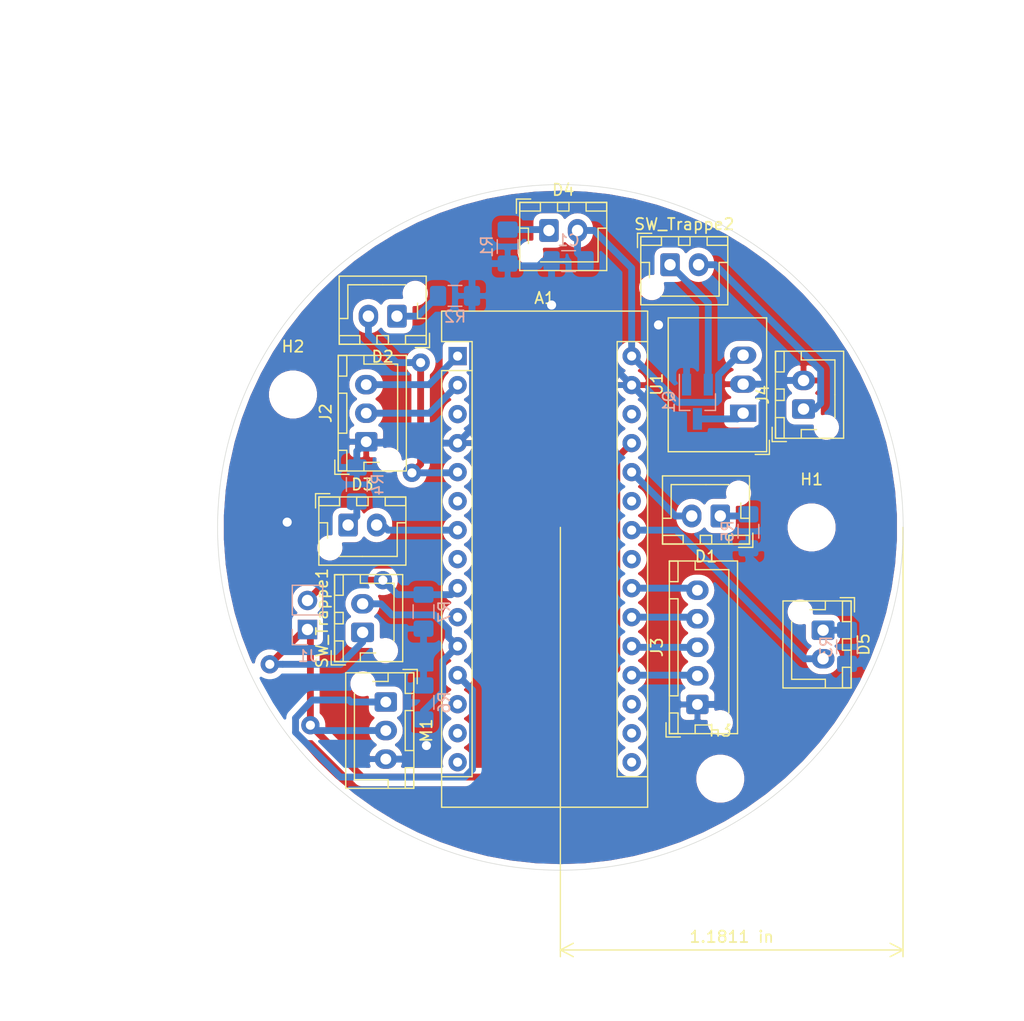
<source format=kicad_pcb>
(kicad_pcb (version 20171130) (host pcbnew 5.1.5-52549c5~84~ubuntu18.04.1)
  (layers (0 F.Cu signal) (31 B.Cu signal) (34 B.Paste user) (35 F.Paste user) (36 B.SilkS user) (37 F.SilkS user) (38 B.Mask user) (39 F.Mask user) (44 Edge.Cuts user))
  (net 0 "")
  (net 1 "Net-(A1-Pad16)")
  (net 2 "Net-(A1-Pad15)")
  (net 3 VCC2)
  (net 4 "Net-(A1-Pad14)")
  (net 5 GND)
  (net 6 "Net-(A1-Pad13)")
  (net 7 "Net-(A1-Pad28)")
  (net 8 D9)
  (net 9 5V)
  (net 10 PTrappe)
  (net 11 "Net-(A1-Pad10)")
  (net 12 "Net-(A1-Pad25)")
  (net 13 D6)
  (net 14 D5)
  (net 15 "Net-(A1-Pad23)")
  (net 16 D4)
  (net 17 "Net-(A1-Pad22)")
  (net 18 D3)
  (net 19 "Net-(A1-Pad21)")
  (net 20 D2)
  (net 21 "Net-(A1-Pad20)")
  (net 22 "Net-(A1-Pad19)")
  (net 23 "Net-(A1-Pad3)")
  (net 24 "Net-(A1-Pad18)")
  (net 25 "Net-(A1-Pad2)")
  (net 26 "Net-(A1-Pad17)")
  (net 27 "Net-(A1-Pad1)")
  (net 28 "Net-(D1-Pad1)")
  (net 29 "Net-(D2-Pad1)")
  (net 30 "Net-(D3-Pad1)")
  (net 31 "Net-(D4-Pad1)")
  (net 32 "Net-(D5-Pad1)")
  (net 33 "Net-(Q1-Pad3)")
  (net 34 /9V_protected)
  (net 35 +9V)
  (net 36 "Net-(A1-Pad8)")
  (net 37 "Net-(A1-Pad6)")
  (module Module:Arduino_Nano (layer F.Cu) (at 131 115)
    (fp_text reference A1 (at 7.62 -5.08) (layer F.SilkS))
    (fp_text value Arduino_Nano_v3.x)
    (pad 16 thru_hole oval (at 15.24 35.56) (size 1.6 1.6) (drill 0.8) (layers *.Cu *.Mask) (net 1 "Net-(A1-Pad16)"))
    (pad 15 thru_hole oval (at 0 35.56) (size 1.6 1.6) (drill 0.8) (layers *.Cu *.Mask) (net 2 "Net-(A1-Pad15)"))
    (pad 30 thru_hole oval (at 15.24 0) (size 1.6 1.6) (drill 0.8) (layers *.Cu *.Mask) (net 3 VCC2))
    (pad 14 thru_hole oval (at 0 33.02) (size 1.6 1.6) (drill 0.8) (layers *.Cu *.Mask) (net 4 "Net-(A1-Pad14)"))
    (pad 29 thru_hole oval (at 15.24 2.54) (size 1.6 1.6) (drill 0.8) (layers *.Cu *.Mask) (net 5 GND))
    (pad 13 thru_hole oval (at 0 30.48) (size 1.6 1.6) (drill 0.8) (layers *.Cu *.Mask) (net 6 "Net-(A1-Pad13)"))
    (pad 28 thru_hole oval (at 15.24 5.08) (size 1.6 1.6) (drill 0.8) (layers *.Cu *.Mask) (net 7 "Net-(A1-Pad28)"))
    (pad 12 thru_hole oval (at 0 27.94) (size 1.6 1.6) (drill 0.8) (layers *.Cu *.Mask) (net 8 D9))
    (pad 27 thru_hole oval (at 15.24 7.62) (size 1.6 1.6) (drill 0.8) (layers *.Cu *.Mask) (net 9 5V))
    (pad 11 thru_hole oval (at 0 25.4) (size 1.6 1.6) (drill 0.8) (layers *.Cu *.Mask) (net 10 PTrappe))
    (pad 26 thru_hole oval (at 15.24 10.16) (size 1.6 1.6) (drill 0.8) (layers *.Cu *.Mask) (net 14 D5))
    (pad 10 thru_hole oval (at 0 22.86) (size 1.6 1.6) (drill 0.8) (layers *.Cu *.Mask) (net 11 "Net-(A1-Pad10)"))
    (pad 25 thru_hole oval (at 15.24 12.7) (size 1.6 1.6) (drill 0.8) (layers *.Cu *.Mask) (net 12 "Net-(A1-Pad25)"))
    (pad 9 thru_hole oval (at 0 20.32) (size 1.6 1.6) (drill 0.8) (layers *.Cu *.Mask) (net 13 D6))
    (pad 24 thru_hole oval (at 15.24 15.24) (size 1.6 1.6) (drill 0.8) (layers *.Cu *.Mask) (net 18 D3))
    (pad 8 thru_hole oval (at 0 17.78) (size 1.6 1.6) (drill 0.8) (layers *.Cu *.Mask) (net 36 "Net-(A1-Pad8)"))
    (pad 23 thru_hole oval (at 15.24 17.78) (size 1.6 1.6) (drill 0.8) (layers *.Cu *.Mask) (net 15 "Net-(A1-Pad23)"))
    (pad 7 thru_hole oval (at 0 15.24) (size 1.6 1.6) (drill 0.8) (layers *.Cu *.Mask) (net 16 D4))
    (pad 22 thru_hole oval (at 15.24 20.32) (size 1.6 1.6) (drill 0.8) (layers *.Cu *.Mask) (net 17 "Net-(A1-Pad22)"))
    (pad 6 thru_hole oval (at 0 12.7) (size 1.6 1.6) (drill 0.8) (layers *.Cu *.Mask) (net 37 "Net-(A1-Pad6)"))
    (pad 21 thru_hole oval (at 15.24 22.86) (size 1.6 1.6) (drill 0.8) (layers *.Cu *.Mask) (net 19 "Net-(A1-Pad21)"))
    (pad 5 thru_hole oval (at 0 10.16) (size 1.6 1.6) (drill 0.8) (layers *.Cu *.Mask) (net 20 D2))
    (pad 20 thru_hole oval (at 15.24 25.4) (size 1.6 1.6) (drill 0.8) (layers *.Cu *.Mask) (net 21 "Net-(A1-Pad20)"))
    (pad 4 thru_hole oval (at 0 7.62) (size 1.6 1.6) (drill 0.8) (layers *.Cu *.Mask) (net 5 GND))
    (pad 19 thru_hole oval (at 15.24 27.94) (size 1.6 1.6) (drill 0.8) (layers *.Cu *.Mask) (net 22 "Net-(A1-Pad19)"))
    (pad 3 thru_hole oval (at 0 5.08) (size 1.6 1.6) (drill 0.8) (layers *.Cu *.Mask) (net 23 "Net-(A1-Pad3)"))
    (pad 18 thru_hole oval (at 15.24 30.48) (size 1.6 1.6) (drill 0.8) (layers *.Cu *.Mask) (net 24 "Net-(A1-Pad18)"))
    (pad 2 thru_hole oval (at 0 2.54) (size 1.6 1.6) (drill 0.8) (layers *.Cu *.Mask) (net 25 "Net-(A1-Pad2)"))
    (pad 17 thru_hole oval (at 15.24 33.02) (size 1.6 1.6) (drill 0.8) (layers *.Cu *.Mask) (net 26 "Net-(A1-Pad17)"))
    (pad 1 thru_hole rect (at 0 0) (size 1.6 1.6) (drill 0.8) (layers *.Cu *.Mask) (net 27 "Net-(A1-Pad1)"))
  )
  (module Connector_JST:JST_XH_B2B-XH-AM_1x02_P2.50mm_Vertical (layer F.Cu) (at 161.29 119.634 90)
    (fp_text reference J4 (at 1.25 -3.55 90) (layer F.SilkS))
    (fp_text value Conn_01x02)
    (pad "" np_thru_hole circle (at -1.6 2 90) (size 1.2 1.2) (drill 1.2) (layers *.Cu *.Mask))
    (pad 2 thru_hole oval (at 2.5 0 90) (size 1.7 2) (drill 1) (layers *.Cu *.Mask) (net 5 GND))
    (pad 1 thru_hole roundrect (at 0 0 90) (size 1.7 2) (drill 1) (layers *.Cu *.Mask) (roundrect_rratio 0.147059) (net 35 +9V))
  )
  (module Package_TO_SOT_SMD:SOT-23_Handsoldering (layer B.Cu) (at 152 119 270)
    (fp_text reference Q1 (at 0 2.5 270) (layer B.SilkS) (effects (justify mirror)))
    (fp_text value Q_PMOS_DGS)
    (pad 1 smd rect (at 1.5 0 270) (size 1.9 0.8) (layers B.Cu B.Paste B.Mask) (net 34 /9V_protected))
    (pad 3 smd rect (at -1.5 -0.95 270) (size 1.9 0.8) (layers B.Cu B.Paste B.Mask) (net 33 "Net-(Q1-Pad3)"))
    (pad 2 smd rect (at -1.5 0.95 270) (size 1.9 0.8) (layers B.Cu B.Paste B.Mask) (net 5 GND))
  )
  (module MountingHole:MountingHole_3.2mm_M3 (layer F.Cu) (at 154 152)
    (fp_text reference H3 (at 0 -4.2) (layer F.SilkS))
    (fp_text value MountingHole)
    (pad 1 np_thru_hole circle (at 0 0) (size 3.2 3.2) (drill 3.2) (layers *.Cu *.Mask))
  )
  (module MountingHole:MountingHole_3.2mm_M3 (layer F.Cu) (at 116.586 118.364)
    (fp_text reference H2 (at 0 -4.2) (layer F.SilkS))
    (fp_text value MountingHole)
    (pad 1 np_thru_hole circle (at 0 0) (size 3.2 3.2) (drill 3.2) (layers *.Cu *.Mask))
  )
  (module MountingHole:MountingHole_3.2mm_M3 (layer F.Cu) (at 162 130)
    (fp_text reference H1 (at 0 -4.2) (layer F.SilkS))
    (fp_text value MountingHole)
    (pad 1 np_thru_hole circle (at 0 0) (size 3.2 3.2) (drill 3.2) (layers *.Cu *.Mask))
  )
  (module Converter_DCDC:Converter_DCDC_RECOM_R-78E-0.5_THT (layer F.Cu) (at 156 120 90)
    (fp_text reference U1 (at 2.54 -7.56 90) (layer F.SilkS))
    (fp_text value R-78E5.0-1.0)
    (pad 3 thru_hole oval (at 5.08 0 90) (size 1.5 2.3) (drill 1) (layers *.Cu *.Mask) (net 3 VCC2))
    (pad 2 thru_hole oval (at 2.54 0 90) (size 1.5 2.3) (drill 1) (layers *.Cu *.Mask) (net 5 GND))
    (pad 1 thru_hole rect (at 0 0 90) (size 1.5 2.3) (drill 1) (layers *.Cu *.Mask) (net 34 /9V_protected))
  )
  (module Connector_JST:JST_XH_B2B-XH-AM_1x02_P2.50mm_Vertical (layer F.Cu) (at 149.6 107)
    (fp_text reference SW_Trappe2 (at 1.25 -3.55) (layer F.SilkS))
    (fp_text value SW_DPST_x2)
    (pad "" np_thru_hole circle (at -1.6 2) (size 1.2 1.2) (drill 1.2) (layers *.Cu *.Mask))
    (pad 2 thru_hole oval (at 2.5 0) (size 1.7 2) (drill 1) (layers *.Cu *.Mask) (net 35 +9V))
    (pad 1 thru_hole roundrect (at 0 0) (size 1.7 2) (drill 1) (layers *.Cu *.Mask) (roundrect_rratio 0.147059) (net 33 "Net-(Q1-Pad3)"))
  )
  (module Connector_JST:JST_XH_B2B-XH-AM_1x02_P2.50mm_Vertical (layer F.Cu) (at 122.682 139.192 90)
    (fp_text reference SW_Trappe1 (at 1.25 -3.55 90) (layer F.SilkS))
    (fp_text value SW_DPST_x2)
    (pad "" np_thru_hole circle (at -1.6 2 90) (size 1.2 1.2) (drill 1.2) (layers *.Cu *.Mask))
    (pad 2 thru_hole oval (at 2.5 0 90) (size 1.7 2) (drill 1) (layers *.Cu *.Mask) (net 10 PTrappe))
    (pad 1 thru_hole roundrect (at 0 0 90) (size 1.7 2) (drill 1) (layers *.Cu *.Mask) (roundrect_rratio 0.147059) (net 9 5V))
  )
  (module Resistor_SMD:R_1206_3216Metric_Pad1.42x1.75mm_HandSolder (layer B.Cu) (at 128.016 137.3775 90)
    (fp_text reference R7 (at 0 1.82 270) (layer B.SilkS) (effects (justify mirror)))
    (fp_text value R)
    (pad 2 smd roundrect (at 1.4875 0 90) (size 1.425 1.75) (layers B.Cu B.Paste B.Mask) (roundrect_rratio 0.175439) (net 13 D6))
    (pad 1 smd roundrect (at -1.4875 0 90) (size 1.425 1.75) (layers B.Cu B.Paste B.Mask) (roundrect_rratio 0.175439) (net 5 GND))
  )
  (module Resistor_SMD:R_1206_3216Metric_Pad1.42x1.75mm_HandSolder (layer B.Cu) (at 128.016 145.3245 90)
    (fp_text reference R6 (at 0 1.82 -90) (layer B.SilkS) (effects (justify mirror)))
    (fp_text value R)
    (pad 2 smd roundrect (at 1.4875 0 90) (size 1.425 1.75) (layers B.Cu B.Paste B.Mask) (roundrect_rratio 0.175439) (net 5 GND))
    (pad 1 smd roundrect (at -1.4875 0 90) (size 1.425 1.75) (layers B.Cu B.Paste B.Mask) (roundrect_rratio 0.175439) (net 10 PTrappe))
  )
  (module Resistor_SMD:R_1206_3216Metric_Pad1.42x1.75mm_HandSolder (layer B.Cu) (at 156.464 130.3385 270)
    (fp_text reference R5 (at 0 1.82 270) (layer B.SilkS) (effects (justify mirror)))
    (fp_text value R)
    (pad 2 smd roundrect (at 1.4875 0 270) (size 1.425 1.75) (layers B.Cu B.Paste B.Mask) (roundrect_rratio 0.175439) (net 5 GND))
    (pad 1 smd roundrect (at -1.4875 0 270) (size 1.425 1.75) (layers B.Cu B.Paste B.Mask) (roundrect_rratio 0.175439) (net 28 "Net-(D1-Pad1)"))
  )
  (module Resistor_SMD:R_1206_3216Metric_Pad1.42x1.75mm_HandSolder (layer B.Cu) (at 122.174 126.238 90)
    (fp_text reference R4 (at 0 1.82 270) (layer B.SilkS) (effects (justify mirror)))
    (fp_text value R)
    (pad 2 smd roundrect (at 1.4875 0 90) (size 1.425 1.75) (layers B.Cu B.Paste B.Mask) (roundrect_rratio 0.175439) (net 5 GND))
    (pad 1 smd roundrect (at -1.4875 0 90) (size 1.425 1.75) (layers B.Cu B.Paste B.Mask) (roundrect_rratio 0.175439) (net 30 "Net-(D3-Pad1)"))
  )
  (module Resistor_SMD:R_1206_3216Metric_Pad1.42x1.75mm_HandSolder (layer B.Cu) (at 165.1 140.462 270)
    (fp_text reference R3 (at 0 1.82 90) (layer B.SilkS) (effects (justify mirror)))
    (fp_text value R)
    (pad 2 smd roundrect (at 1.4875 0 270) (size 1.425 1.75) (layers B.Cu B.Paste B.Mask) (roundrect_rratio 0.175439) (net 5 GND))
    (pad 1 smd roundrect (at -1.4875 0 270) (size 1.425 1.75) (layers B.Cu B.Paste B.Mask) (roundrect_rratio 0.175439) (net 32 "Net-(D5-Pad1)"))
  )
  (module Resistor_SMD:R_1206_3216Metric_Pad1.42x1.75mm_HandSolder (layer B.Cu) (at 130.7735 109.728)
    (fp_text reference R2 (at 0 1.82) (layer B.SilkS) (effects (justify mirror)))
    (fp_text value R)
    (pad 2 smd roundrect (at 1.4875 0) (size 1.425 1.75) (layers B.Cu B.Paste B.Mask) (roundrect_rratio 0.175439) (net 5 GND))
    (pad 1 smd roundrect (at -1.4875 0) (size 1.425 1.75) (layers B.Cu B.Paste B.Mask) (roundrect_rratio 0.175439) (net 29 "Net-(D2-Pad1)"))
  )
  (module Resistor_SMD:R_1206_3216Metric_Pad1.42x1.75mm_HandSolder (layer B.Cu) (at 135.382 105.41 270)
    (fp_text reference R1 (at 0 1.82 90) (layer B.SilkS) (effects (justify mirror)))
    (fp_text value R)
    (pad 2 smd roundrect (at 1.4875 0 270) (size 1.425 1.75) (layers B.Cu B.Paste B.Mask) (roundrect_rratio 0.175439) (net 5 GND))
    (pad 1 smd roundrect (at -1.4875 0 270) (size 1.425 1.75) (layers B.Cu B.Paste B.Mask) (roundrect_rratio 0.175439) (net 31 "Net-(D4-Pad1)"))
  )
  (module Connector_JST:JST_XH_B3B-XH-AM_1x03_P2.50mm_Vertical (layer F.Cu) (at 124.714 145.288 270)
    (fp_text reference M1 (at 2.5 -3.55 90) (layer F.SilkS))
    (fp_text value Motor_Servo)
    (pad "" np_thru_hole circle (at -1.6 2 270) (size 1.2 1.2) (drill 1.2) (layers *.Cu *.Mask))
    (pad 3 thru_hole oval (at 5 0 270) (size 1.7 1.95) (drill 0.95) (layers *.Cu *.Mask) (net 5 GND))
    (pad 2 thru_hole oval (at 2.5 0 270) (size 1.7 1.95) (drill 0.95) (layers *.Cu *.Mask) (net 9 5V))
    (pad 1 thru_hole roundrect (at 0 0 270) (size 1.7 1.95) (drill 0.95) (layers *.Cu *.Mask) (roundrect_rratio 0.147059) (net 8 D9))
  )
  (module Connector_JST:JST_XH_B5B-XH-AM_1x05_P2.50mm_Vertical (layer F.Cu) (at 152 145.5 90)
    (fp_text reference J3 (at 5 -3.55 90) (layer F.SilkS))
    (fp_text value Conn_01x05_Female)
    (pad "" np_thru_hole circle (at -1.6 2 90) (size 1.2 1.2) (drill 1.2) (layers *.Cu *.Mask))
    (pad 5 thru_hole oval (at 10 0 90) (size 1.7 1.95) (drill 0.95) (layers *.Cu *.Mask) (net 17 "Net-(A1-Pad22)"))
    (pad 4 thru_hole oval (at 7.5 0 90) (size 1.7 1.95) (drill 0.95) (layers *.Cu *.Mask) (net 19 "Net-(A1-Pad21)"))
    (pad 3 thru_hole oval (at 5 0 90) (size 1.7 1.95) (drill 0.95) (layers *.Cu *.Mask) (net 21 "Net-(A1-Pad20)"))
    (pad 2 thru_hole oval (at 2.5 0 90) (size 1.7 1.95) (drill 0.95) (layers *.Cu *.Mask) (net 22 "Net-(A1-Pad19)"))
    (pad 1 thru_hole roundrect (at 0 0 90) (size 1.7 1.95) (drill 0.95) (layers *.Cu *.Mask) (roundrect_rratio 0.147059) (net 5 GND))
  )
  (module Connector_JST:JST_XH_B3B-XH-AM_1x03_P2.50mm_Vertical (layer F.Cu) (at 123 122.5 90)
    (fp_text reference J2 (at 2.5 -3.55 90) (layer F.SilkS))
    (fp_text value Conn_01x03_Female)
    (pad "" np_thru_hole circle (at -1.6 2 90) (size 1.2 1.2) (drill 1.2) (layers *.Cu *.Mask))
    (pad 3 thru_hole oval (at 5 0 90) (size 1.7 1.95) (drill 0.95) (layers *.Cu *.Mask) (net 27 "Net-(A1-Pad1)"))
    (pad 2 thru_hole oval (at 2.5 0 90) (size 1.7 1.95) (drill 0.95) (layers *.Cu *.Mask) (net 25 "Net-(A1-Pad2)"))
    (pad 1 thru_hole roundrect (at 0 0 90) (size 1.7 1.95) (drill 0.95) (layers *.Cu *.Mask) (roundrect_rratio 0.147059) (net 5 GND))
  )
  (module Connector_PinHeader_2.54mm:PinHeader_1x02_P2.54mm_Vertical (layer B.Cu) (at 117.856 138.938)
    (fp_text reference J1 (at 0 2.33) (layer B.SilkS) (effects (justify mirror)))
    (fp_text value Jack-DC)
    (pad 2 thru_hole oval (at 0 -2.54) (size 1.7 1.7) (drill 1) (layers *.Cu *.Mask) (net 13 D6))
    (pad 1 thru_hole rect (at 0 0) (size 1.7 1.7) (drill 1) (layers *.Cu *.Mask) (net 9 5V))
  )
  (module Connector_JST:JST_XH_B2B-XH-AM_1x02_P2.50mm_Vertical (layer F.Cu) (at 163 139 270)
    (fp_text reference D5 (at 1.25 -3.55 90) (layer F.SilkS))
    (fp_text value LED_Predeco)
    (pad "" np_thru_hole circle (at -1.6 2 270) (size 1.2 1.2) (drill 1.2) (layers *.Cu *.Mask))
    (pad 2 thru_hole oval (at 2.5 0 270) (size 1.7 2) (drill 1) (layers *.Cu *.Mask) (net 18 D3))
    (pad 1 thru_hole roundrect (at 0 0 270) (size 1.7 2) (drill 1) (layers *.Cu *.Mask) (roundrect_rratio 0.147059) (net 32 "Net-(D5-Pad1)"))
  )
  (module Connector_JST:JST_XH_B2B-XH-AM_1x02_P2.50mm_Vertical (layer F.Cu) (at 139 104)
    (fp_text reference D4 (at 1.25 -3.55) (layer F.SilkS))
    (fp_text value LED_Alim)
    (pad "" np_thru_hole circle (at -1.6 2) (size 1.2 1.2) (drill 1.2) (layers *.Cu *.Mask))
    (pad 2 thru_hole oval (at 2.5 0) (size 1.7 2) (drill 1) (layers *.Cu *.Mask) (net 3 VCC2))
    (pad 1 thru_hole roundrect (at 0 0) (size 1.7 2) (drill 1) (layers *.Cu *.Mask) (roundrect_rratio 0.147059) (net 31 "Net-(D4-Pad1)"))
  )
  (module Connector_JST:JST_XH_B2B-XH-AM_1x02_P2.50mm_Vertical (layer F.Cu) (at 121.412 129.794)
    (fp_text reference D3 (at 1.25 -3.55) (layer F.SilkS))
    (fp_text value LED_deco)
    (pad "" np_thru_hole circle (at -1.6 2) (size 1.2 1.2) (drill 1.2) (layers *.Cu *.Mask))
    (pad 2 thru_hole oval (at 2.5 0) (size 1.7 2) (drill 1) (layers *.Cu *.Mask) (net 16 D4))
    (pad 1 thru_hole roundrect (at 0 0) (size 1.7 2) (drill 1) (layers *.Cu *.Mask) (roundrect_rratio 0.147059) (net 30 "Net-(D3-Pad1)"))
  )
  (module Connector_JST:JST_XH_B2B-XH-AM_1x02_P2.50mm_Vertical (layer F.Cu) (at 125.69 111.506 180)
    (fp_text reference D2 (at 1.25 -3.55) (layer F.SilkS))
    (fp_text value LED_Trappe)
    (pad "" np_thru_hole circle (at -1.6 2 180) (size 1.2 1.2) (drill 1.2) (layers *.Cu *.Mask))
    (pad 2 thru_hole oval (at 2.5 0 180) (size 1.7 2) (drill 1) (layers *.Cu *.Mask) (net 20 D2))
    (pad 1 thru_hole roundrect (at 0 0 180) (size 1.7 2) (drill 1) (layers *.Cu *.Mask) (roundrect_rratio 0.147059) (net 29 "Net-(D2-Pad1)"))
  )
  (module Connector_JST:JST_XH_B2B-XH-AM_1x02_P2.50mm_Vertical (layer F.Cu) (at 154 129 180)
    (fp_text reference D1 (at 1.25 -3.55) (layer F.SilkS))
    (fp_text value Parachute)
    (pad "" np_thru_hole circle (at -1.6 2 180) (size 1.2 1.2) (drill 1.2) (layers *.Cu *.Mask))
    (pad 2 thru_hole oval (at 2.5 0 180) (size 1.7 2) (drill 1) (layers *.Cu *.Mask) (net 14 D5))
    (pad 1 thru_hole roundrect (at 0 0 180) (size 1.7 2) (drill 1) (layers *.Cu *.Mask) (roundrect_rratio 0.147059) (net 28 "Net-(D1-Pad1)"))
  )
  (module Capacitor_SMD:C_1206_3216Metric_Pad1.42x1.75mm_HandSolder (layer B.Cu) (at 140.716 106.68 180)
    (fp_text reference C1 (at 0 1.82) (layer B.SilkS) (effects (justify mirror)))
    (fp_text value "10 uC")
    (pad 2 smd roundrect (at 1.4875 0 180) (size 1.425 1.75) (layers B.Cu B.Paste B.Mask) (roundrect_rratio 0.175439) (net 5 GND))
    (pad 1 smd roundrect (at -1.4875 0 180) (size 1.425 1.75) (layers B.Cu B.Paste B.Mask) (roundrect_rratio 0.175439) (net 3 VCC2))
  )
  (gr_circle (center 140 130) (end 170 131) (layer Edge.Cuts) (width 0.05))
  (dimension 30 (width 0.12) (layer F.SilkS) (gr_text "30,000 mm" (at 155 168.27) (layer F.SilkS) (effects (font (size 1 1) (thickness 0.15)))) (feature1 (pts (xy 170 130) (xy 170 167.586421))) (feature2 (pts (xy 140 130) (xy 140 167.586421))) (crossbar (pts (xy 140 167) (xy 170 167))) (arrow1a (pts (xy 170 167) (xy 168.873496 167.586421))) (arrow1b (pts (xy 170 167) (xy 168.873496 166.413579))) (arrow2a (pts (xy 140 167) (xy 141.126504 167.586421))) (arrow2b (pts (xy 140 167) (xy 141.126504 166.413579))))
  (segment (start 147.039999 115.799999) (end 146.24 115) (width 0.6) (layer B.Cu) (net 3))
  (segment (start 150.289999 119.049999) (end 147.039999 115.799999) (width 0.6) (layer B.Cu) (net 3))
  (segment (start 153.650003 119.049999) (end 150.289999 119.049999) (width 0.6) (layer B.Cu) (net 3))
  (segment (start 153.850001 118.850001) (end 153.650003 119.049999) (width 0.6) (layer B.Cu) (net 3))
  (segment (start 153.850001 116.669999) (end 153.850001 118.850001) (width 0.6) (layer B.Cu) (net 3))
  (segment (start 155.6 114.92) (end 153.850001 116.669999) (width 0.6) (layer B.Cu) (net 3))
  (segment (start 156 114.92) (end 155.6 114.92) (width 0.6) (layer B.Cu) (net 3))
  (segment (start 146.24 113.86863) (end 146.24 115) (width 0.6) (layer B.Cu) (net 3))
  (segment (start 146.24 107.29) (end 146.24 113.86863) (width 0.6) (layer B.Cu) (net 3))
  (segment (start 142.95 104) (end 146.24 107.29) (width 0.6) (layer B.Cu) (net 3))
  (segment (start 141.5 104) (end 142.95 104) (width 0.6) (layer B.Cu) (net 3))
  (segment (start 141.5 105.9765) (end 142.2035 106.68) (width 0.6) (layer B.Cu) (net 3))
  (segment (start 141.5 104) (end 141.5 105.9765) (width 0.6) (layer B.Cu) (net 3))
  (segment (start 127.141 143.837) (end 128.016 143.837) (width 0.6) (layer B.Cu) (net 5))
  (segment (start 126.64099 148.15801) (end 126.64099 144.33701) (width 0.6) (layer B.Cu) (net 5))
  (segment (start 126.64099 144.33701) (end 127.141 143.837) (width 0.6) (layer B.Cu) (net 5))
  (segment (start 152.975 145.5) (end 152 145.5) (width 0.6) (layer B.Cu) (net 5))
  (segment (start 162.262 145.5) (end 152.975 145.5) (width 0.6) (layer B.Cu) (net 5))
  (segment (start 165.1 142.662) (end 162.262 145.5) (width 0.6) (layer B.Cu) (net 5))
  (segment (start 165.1 141.9495) (end 165.1 142.662) (width 0.6) (layer B.Cu) (net 5))
  (segment (start 156.464 132.5385) (end 159.5615 135.636) (width 0.6) (layer B.Cu) (net 5))
  (segment (start 156.464 131.826) (end 156.464 132.5385) (width 0.6) (layer B.Cu) (net 5))
  (segment (start 165.975 141.9495) (end 165.1 141.9495) (width 0.6) (layer B.Cu) (net 5))
  (segment (start 166.47501 141.44949) (end 165.975 141.9495) (width 0.6) (layer B.Cu) (net 5))
  (segment (start 166.47501 138.201332) (end 166.47501 141.44949) (width 0.6) (layer B.Cu) (net 5))
  (segment (start 163.909678 135.636) (end 166.47501 138.201332) (width 0.6) (layer B.Cu) (net 5))
  (segment (start 159.5615 135.636) (end 163.909678 135.636) (width 0.6) (layer B.Cu) (net 5))
  (segment (start 147.039999 118.339999) (end 146.24 117.54) (width 0.6) (layer B.Cu) (net 5))
  (segment (start 150.650001 121.950001) (end 147.039999 118.339999) (width 0.6) (layer B.Cu) (net 5))
  (segment (start 157.650001 119.173999) (end 157.650001 121.150001) (width 0.6) (layer B.Cu) (net 5))
  (segment (start 156.850001 121.950001) (end 150.650001 121.950001) (width 0.6) (layer B.Cu) (net 5))
  (segment (start 161.29 117.134) (end 159.69 117.134) (width 0.6) (layer B.Cu) (net 5))
  (segment (start 158.496 118.206) (end 158.496 118.618) (width 0.6) (layer B.Cu) (net 5))
  (segment (start 156 117.46) (end 157.75 117.46) (width 0.6) (layer B.Cu) (net 5))
  (segment (start 159.69 117.134) (end 158.496 118.618) (width 0.6) (layer B.Cu) (net 5))
  (segment (start 157.75 117.46) (end 158.496 118.206) (width 0.6) (layer B.Cu) (net 5))
  (segment (start 158.496 118.618) (end 157.650001 119.173999) (width 0.6) (layer B.Cu) (net 5))
  (segment (start 157.83901 122.02501) (end 157.226 121.412) (width 0.6) (layer B.Cu) (net 5))
  (segment (start 157.339 131.826) (end 157.83901 131.32599) (width 0.6) (layer B.Cu) (net 5))
  (segment (start 157.83901 131.32599) (end 157.83901 122.02501) (width 0.6) (layer B.Cu) (net 5))
  (segment (start 157.650001 121.150001) (end 157.226 121.412) (width 0.6) (layer B.Cu) (net 5))
  (segment (start 156.464 131.826) (end 157.339 131.826) (width 0.6) (layer B.Cu) (net 5))
  (segment (start 157.226 121.412) (end 156.850001 121.950001) (width 0.6) (layer B.Cu) (net 5))
  (segment (start 146.24 117.54) (end 139.2285 110.5285) (width 0.6) (layer B.Cu) (net 5))
  (segment (start 136.257 106.8975) (end 135.382 106.8975) (width 0.6) (layer B.Cu) (net 5))
  (segment (start 136.459501 107.100001) (end 136.257 106.8975) (width 0.6) (layer B.Cu) (net 5))
  (segment (start 138.095999 107.100001) (end 136.459501 107.100001) (width 0.6) (layer B.Cu) (net 5))
  (segment (start 138.516 106.68) (end 138.095999 107.100001) (width 0.6) (layer B.Cu) (net 5))
  (segment (start 139.2285 106.68) (end 138.516 106.68) (width 0.6) (layer B.Cu) (net 5))
  (segment (start 122.174 123.326) (end 123 122.5) (width 0.6) (layer B.Cu) (net 5))
  (segment (start 122.174 124.7505) (end 122.174 123.326) (width 0.6) (layer B.Cu) (net 5))
  (segment (start 123.12 122.62) (end 123 122.5) (width 0.6) (layer B.Cu) (net 5))
  (segment (start 131 122.62) (end 123.12 122.62) (width 0.6) (layer B.Cu) (net 5))
  (segment (start 128.016 138.865) (end 128.016 143.837) (width 0.6) (layer B.Cu) (net 5))
  (via (at 128.27 149.098) (size 1.6) (drill 0.8) (layers F.Cu B.Cu) (net 5))
  (via (at 116.078 129.54) (size 1.6) (drill 0.8) (layers F.Cu B.Cu) (net 5))
  (segment (start 120.8675 124.7505) (end 122.174 124.7505) (width 0.6) (layer B.Cu) (net 5))
  (segment (start 116.078 129.54) (end 120.8675 124.7505) (width 0.6) (layer B.Cu) (net 5))
  (segment (start 151.05 117.5) (end 151.05 114.728) (width 0.6) (layer B.Cu) (net 5))
  (via (at 148.59 112.268) (size 1.6) (drill 0.8) (layers F.Cu B.Cu) (net 5))
  (segment (start 151.05 114.728) (end 148.59 112.268) (width 0.6) (layer B.Cu) (net 5))
  (segment (start 139.2285 110.5285) (end 139.2285 106.68) (width 0.6) (layer B.Cu) (net 5))
  (via (at 139.2285 110.5285) (size 1.6) (drill 0.8) (layers F.Cu B.Cu) (net 5))
  (segment (start 148.59 112.268) (end 140.968 112.268) (width 0.6) (layer F.Cu) (net 5))
  (segment (start 140.968 112.268) (end 139.2285 110.5285) (width 0.6) (layer F.Cu) (net 5))
  (segment (start 126.780981 148.298001) (end 126.64099 148.15801) (width 0.6) (layer B.Cu) (net 5))
  (segment (start 127.470001 148.298001) (end 126.780981 148.298001) (width 0.6) (layer B.Cu) (net 5))
  (segment (start 128.27 149.098) (end 127.470001 148.298001) (width 0.6) (layer B.Cu) (net 5))
  (segment (start 132.261 108.023) (end 133.3865 106.8975) (width 0.6) (layer B.Cu) (net 5))
  (segment (start 135.382 106.8975) (end 133.3865 106.8975) (width 0.6) (layer B.Cu) (net 5))
  (segment (start 132.261 109.728) (end 132.261 108.023) (width 0.6) (layer B.Cu) (net 5))
  (segment (start 132.261 111.8365) (end 132.261 109.728) (width 0.6) (layer B.Cu) (net 5))
  (segment (start 131.799999 121.820001) (end 131 122.62) (width 0.6) (layer B.Cu) (net 5))
  (segment (start 132.300001 121.319999) (end 131.799999 121.820001) (width 0.6) (layer B.Cu) (net 5))
  (segment (start 132.300001 111.875501) (end 132.300001 121.319999) (width 0.6) (layer B.Cu) (net 5))
  (segment (start 132.261 111.8365) (end 132.300001 111.875501) (width 0.6) (layer B.Cu) (net 5))
  (segment (start 116.078 130.67137) (end 116.078 129.54) (width 0.6) (layer F.Cu) (net 5))
  (segment (start 118.71862 133.31199) (end 116.078 130.67137) (width 0.6) (layer F.Cu) (net 5))
  (segment (start 128.27 149.098) (end 129.316001 148.051999) (width 0.6) (layer F.Cu) (net 5))
  (segment (start 129.316001 148.051999) (end 129.316001 133.487999) (width 0.6) (layer F.Cu) (net 5))
  (segment (start 129.316001 133.487999) (end 128.640001 132.811999) (width 0.6) (layer F.Cu) (net 5))
  (segment (start 128.640001 132.811999) (end 127.391999 132.811999) (width 0.6) (layer F.Cu) (net 5))
  (segment (start 127.391999 132.811999) (end 126.892008 133.31199) (width 0.6) (layer F.Cu) (net 5))
  (segment (start 126.892008 133.31199) (end 118.71862 133.31199) (width 0.6) (layer F.Cu) (net 5))
  (segment (start 127.08 150.288) (end 128.27 149.098) (width 0.6) (layer B.Cu) (net 5))
  (segment (start 124.714 150.288) (end 127.08 150.288) (width 0.6) (layer B.Cu) (net 5))
  (segment (start 121.666 145.288) (end 124.714 145.288) (width 0.6) (layer B.Cu) (net 8))
  (segment (start 121.492 145.114) (end 121.666 145.288) (width 0.6) (layer B.Cu) (net 8))
  (segment (start 116.809999 146.695999) (end 118.11 145.288) (width 0.6) (layer B.Cu) (net 8))
  (segment (start 132.300001 144.240001) (end 132.300001 151.184001) (width 0.6) (layer B.Cu) (net 8))
  (segment (start 131 142.94) (end 132.300001 144.240001) (width 0.6) (layer B.Cu) (net 8))
  (segment (start 118.284 145.114) (end 121.492 145.114) (width 0.6) (layer B.Cu) (net 8))
  (segment (start 132.300001 151.184001) (end 131.624001 151.860001) (width 0.6) (layer B.Cu) (net 8))
  (segment (start 118.11 145.288) (end 118.284 145.114) (width 0.6) (layer B.Cu) (net 8))
  (segment (start 131.624001 151.860001) (end 120.725999 151.860001) (width 0.6) (layer B.Cu) (net 8))
  (segment (start 120.725999 151.860001) (end 116.809999 147.944001) (width 0.6) (layer B.Cu) (net 8))
  (segment (start 116.809999 147.944001) (end 116.809999 146.695999) (width 0.6) (layer B.Cu) (net 8))
  (via (at 118.11 147.32) (size 1.6) (drill 0.8) (layers F.Cu B.Cu) (net 9))
  (segment (start 118.404 147.026) (end 118.11 147.32) (width 0.6) (layer B.Cu) (net 9))
  (segment (start 118.11 139.192) (end 117.856 138.938) (width 0.6) (layer F.Cu) (net 9))
  (segment (start 118.11 147.32) (end 118.11 139.192) (width 0.6) (layer F.Cu) (net 9))
  (segment (start 122.428 138.938) (end 122.682 139.192) (width 0.6) (layer B.Cu) (net 9))
  (via (at 114.554 141.986) (size 1.6) (drill 0.8) (layers F.Cu B.Cu) (net 9))
  (segment (start 117.856 138.938) (end 117.602 138.938) (width 0.6) (layer F.Cu) (net 9))
  (segment (start 117.602 138.938) (end 114.554 141.986) (width 0.6) (layer F.Cu) (net 9))
  (segment (start 115.68537 141.986) (end 114.554 141.986) (width 0.6) (layer B.Cu) (net 9))
  (segment (start 120.738 141.986) (end 115.68537 141.986) (width 0.6) (layer B.Cu) (net 9))
  (segment (start 122.682 140.042) (end 120.738 141.986) (width 0.6) (layer B.Cu) (net 9))
  (segment (start 122.682 139.192) (end 122.682 140.042) (width 0.6) (layer B.Cu) (net 9))
  (segment (start 118.909999 148.119999) (end 118.11 147.32) (width 0.6) (layer F.Cu) (net 9))
  (segment (start 122.650001 151.860001) (end 118.909999 148.119999) (width 0.6) (layer F.Cu) (net 9))
  (segment (start 144.939999 142.396556) (end 135.476554 151.860001) (width 0.6) (layer F.Cu) (net 9))
  (segment (start 135.476554 151.860001) (end 122.650001 151.860001) (width 0.6) (layer F.Cu) (net 9))
  (segment (start 144.939999 123.920001) (end 144.939999 142.396556) (width 0.6) (layer F.Cu) (net 9))
  (segment (start 146.24 122.62) (end 144.939999 123.920001) (width 0.6) (layer F.Cu) (net 9))
  (segment (start 118.578 147.788) (end 118.11 147.32) (width 0.6) (layer B.Cu) (net 9))
  (segment (start 124.714 147.788) (end 118.578 147.788) (width 0.6) (layer B.Cu) (net 9))
  (segment (start 130.200001 141.199999) (end 131 140.4) (width 0.6) (layer B.Cu) (net 10))
  (segment (start 129.699999 144.415501) (end 129.699999 141.700001) (width 0.6) (layer B.Cu) (net 10))
  (segment (start 129.699999 141.700001) (end 130.200001 141.199999) (width 0.6) (layer B.Cu) (net 10))
  (segment (start 128.016 146.0995) (end 129.699999 144.415501) (width 0.6) (layer B.Cu) (net 10))
  (segment (start 128.016 146.812) (end 128.016 146.0995) (width 0.6) (layer B.Cu) (net 10))
  (segment (start 128.951668 137.65249) (end 130.200001 138.900823) (width 0.6) (layer B.Cu) (net 10))
  (segment (start 130.200001 139.600001) (end 131 140.4) (width 0.6) (layer B.Cu) (net 10))
  (segment (start 125.24249 137.65249) (end 128.951668 137.65249) (width 0.6) (layer B.Cu) (net 10))
  (segment (start 124.282 136.692) (end 125.24249 137.65249) (width 0.6) (layer B.Cu) (net 10))
  (segment (start 130.200001 138.900823) (end 130.200001 139.600001) (width 0.6) (layer B.Cu) (net 10))
  (segment (start 122.682 136.692) (end 124.282 136.692) (width 0.6) (layer B.Cu) (net 10))
  (via (at 124.46 134.62) (size 1.6) (drill 0.8) (layers F.Cu B.Cu) (net 13))
  (segment (start 130.43 135.89) (end 131 135.32) (width 0.6) (layer B.Cu) (net 13))
  (segment (start 128.016 135.89) (end 130.43 135.89) (width 0.6) (layer B.Cu) (net 13))
  (segment (start 119.634 134.62) (end 124.46 134.62) (width 0.6) (layer F.Cu) (net 13))
  (segment (start 117.856 136.398) (end 119.634 134.62) (width 0.6) (layer F.Cu) (net 13))
  (segment (start 125.73 135.89) (end 128.016 135.89) (width 0.6) (layer B.Cu) (net 13))
  (segment (start 124.46 134.62) (end 125.73 135.89) (width 0.6) (layer B.Cu) (net 13))
  (segment (start 150.08 129) (end 151.5 129) (width 0.6) (layer B.Cu) (net 14))
  (segment (start 146.24 125.16) (end 150.08 129) (width 0.6) (layer B.Cu) (net 14))
  (segment (start 130.76 130) (end 131 130.24) (width 0.6) (layer B.Cu) (net 16))
  (segment (start 124.906 130.24) (end 124.206 129.54) (width 0.6) (layer B.Cu) (net 16))
  (segment (start 131 130.24) (end 124.906 130.24) (width 0.6) (layer B.Cu) (net 16))
  (segment (start 151.82 135.32) (end 152 135.5) (width 0.6) (layer B.Cu) (net 17))
  (segment (start 146.24 135.32) (end 151.82 135.32) (width 0.6) (layer B.Cu) (net 17))
  (segment (start 147.37137 130.24) (end 146.24 130.24) (width 0.6) (layer B.Cu) (net 18))
  (segment (start 150.14 130.24) (end 147.37137 130.24) (width 0.6) (layer B.Cu) (net 18))
  (segment (start 161.4 141.5) (end 150.14 130.24) (width 0.6) (layer B.Cu) (net 18))
  (segment (start 163 141.5) (end 161.4 141.5) (width 0.6) (layer B.Cu) (net 18))
  (segment (start 151.86 137.86) (end 152 138) (width 0.6) (layer B.Cu) (net 19))
  (segment (start 146.24 137.86) (end 151.86 137.86) (width 0.6) (layer B.Cu) (net 19))
  (via (at 127 125.222) (size 1.6) (drill 0.8) (layers F.Cu B.Cu) (net 20))
  (segment (start 130.938 125.222) (end 131 125.16) (width 0.6) (layer B.Cu) (net 20))
  (segment (start 127 125.222) (end 130.938 125.222) (width 0.6) (layer B.Cu) (net 20))
  (via (at 127.762 115.57) (size 1.6) (drill 0.8) (layers F.Cu B.Cu) (net 20))
  (segment (start 125.654 115.57) (end 127.762 115.57) (width 0.6) (layer B.Cu) (net 20))
  (segment (start 123.19 111.506) (end 123.19 113.106) (width 0.6) (layer B.Cu) (net 20))
  (segment (start 123.19 113.106) (end 125.654 115.57) (width 0.6) (layer B.Cu) (net 20))
  (segment (start 127.762 124.46) (end 127 125.222) (width 0.6) (layer F.Cu) (net 20))
  (segment (start 127.762 115.57) (end 127.762 124.46) (width 0.6) (layer F.Cu) (net 20))
  (segment (start 146.34 140.5) (end 146.24 140.4) (width 0.6) (layer B.Cu) (net 21))
  (segment (start 152 140.5) (end 146.34 140.5) (width 0.6) (layer B.Cu) (net 21))
  (segment (start 151.94 142.94) (end 152 143) (width 0.6) (layer B.Cu) (net 22))
  (segment (start 146.24 142.94) (end 151.94 142.94) (width 0.6) (layer B.Cu) (net 22))
  (segment (start 128.54 120) (end 131 117.54) (width 0.6) (layer B.Cu) (net 25))
  (segment (start 123 120) (end 128.54 120) (width 0.6) (layer B.Cu) (net 25))
  (segment (start 128.5 117.5) (end 131 115) (width 0.6) (layer B.Cu) (net 27))
  (segment (start 123 117.5) (end 128.5 117.5) (width 0.6) (layer B.Cu) (net 27))
  (segment (start 154.0045 128.9955) (end 154 129) (width 0.6) (layer B.Cu) (net 28))
  (segment (start 156.315 129) (end 156.464 128.851) (width 0.6) (layer B.Cu) (net 28))
  (segment (start 154 129) (end 156.315 129) (width 0.6) (layer B.Cu) (net 28))
  (segment (start 127.508 111.506) (end 129.286 109.728) (width 0.6) (layer B.Cu) (net 29))
  (segment (start 125.69 111.506) (end 127.508 111.506) (width 0.6) (layer B.Cu) (net 29))
  (segment (start 121.706 128.1935) (end 122.174 127.7255) (width 0.6) (layer B.Cu) (net 30))
  (segment (start 122.174 129.032) (end 121.412 129.794) (width 0.6) (layer B.Cu) (net 30))
  (segment (start 122.174 127.7255) (end 122.174 129.032) (width 0.6) (layer B.Cu) (net 30))
  (segment (start 138.9225 103.9225) (end 139 104) (width 0.6) (layer B.Cu) (net 31))
  (segment (start 135.382 103.9225) (end 138.9225 103.9225) (width 0.6) (layer B.Cu) (net 31))
  (segment (start 165.0745 139) (end 165.1 138.9745) (width 0.6) (layer B.Cu) (net 32))
  (segment (start 163 139) (end 165.0745 139) (width 0.6) (layer B.Cu) (net 32))
  (segment (start 152.95 110.35) (end 149.6 107) (width 0.6) (layer B.Cu) (net 33))
  (segment (start 152.95 117.5) (end 152.95 110.35) (width 0.6) (layer B.Cu) (net 33))
  (segment (start 155.5 120.5) (end 156 120) (width 0.6) (layer B.Cu) (net 34))
  (segment (start 152 120.5) (end 155.5 120.5) (width 0.6) (layer B.Cu) (net 34))
  (segment (start 162.29 119.634) (end 161.29 119.634) (width 0.6) (layer B.Cu) (net 35))
  (segment (start 162.79001 119.13399) (end 162.29 119.634) (width 0.6) (layer B.Cu) (net 35))
  (segment (start 162.79001 116.24001) (end 162.79001 119.13399) (width 0.6) (layer B.Cu) (net 35))
  (segment (start 153.55 107) (end 162.79001 116.24001) (width 0.6) (layer B.Cu) (net 35))
  (segment (start 152.1 107) (end 153.55 107) (width 0.6) (layer B.Cu) (net 35))
  (zone (net 5) (net_name GND) (layer B.Cu) (connect_pads (clearance 0.508)) (min_thickness 0.254) (fill yes (arc_segments 32) (thermal_gap 0.508) (thermal_bridge_width 0.508))
    (polygon (pts (xy 177.546 100.584) (xy 180.594 155.702) (xy 150.114 173.228) (xy 111.506 169.164) (xy 90.932 140.462) (xy 98.298 92.71) (xy 98.552 92.71)))
  )
  (zone (net 5) (net_name GND) (layer F.Cu) (connect_pads (clearance 0.508)) (min_thickness 0.254) (fill yes (arc_segments 32) (thermal_gap 0.508) (thermal_bridge_width 0.508))
    (polygon (pts (xy 175.26 170.18) (xy 91.44 170.18) (xy 91.44 88.9) (xy 175.26 83.82)))
  )
)
</source>
